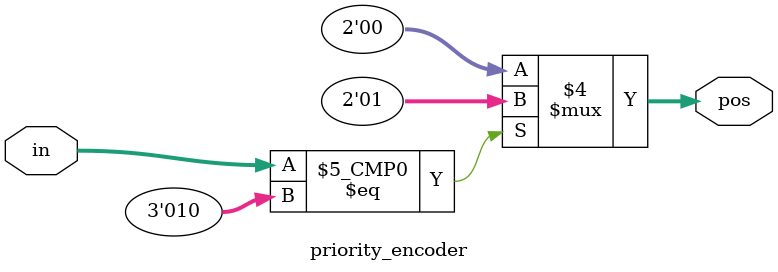
<source format=v>
module priority_encoder( 
input [2:0] in,
output reg [1:0] pos ); 
// When sel=1, assign b to out
always @(*)
begin
	case(in)
//	2'b11: pos <= 2'b00;
	3'b010: pos <= 2'b01;
	3'b011: pos <= 2'b00;
//	3'b100: pos <= 2'b10;
	default: pos <= 2'b00; 
	endcase
end
endmodule

</source>
